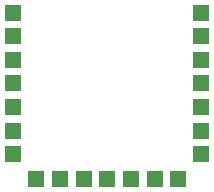
<source format=gtp>
G75*
%MOIN*%
%OFA0B0*%
%FSLAX25Y25*%
%IPPOS*%
%LPD*%
%AMOC8*
5,1,8,0,0,1.08239X$1,22.5*
%
%ADD10R,0.05512X0.05512*%
D10*
X0228333Y0072874D03*
X0228333Y0080748D03*
X0228333Y0088622D03*
X0228333Y0096496D03*
X0228333Y0104370D03*
X0228333Y0112244D03*
X0228333Y0120118D03*
X0290932Y0120118D03*
X0290932Y0112244D03*
X0290932Y0104370D03*
X0290932Y0096496D03*
X0290932Y0088622D03*
X0290932Y0080748D03*
X0290932Y0072874D03*
X0283255Y0064606D03*
X0275381Y0064606D03*
X0267507Y0064606D03*
X0259633Y0064606D03*
X0251759Y0064606D03*
X0243885Y0064606D03*
X0236010Y0064606D03*
M02*

</source>
